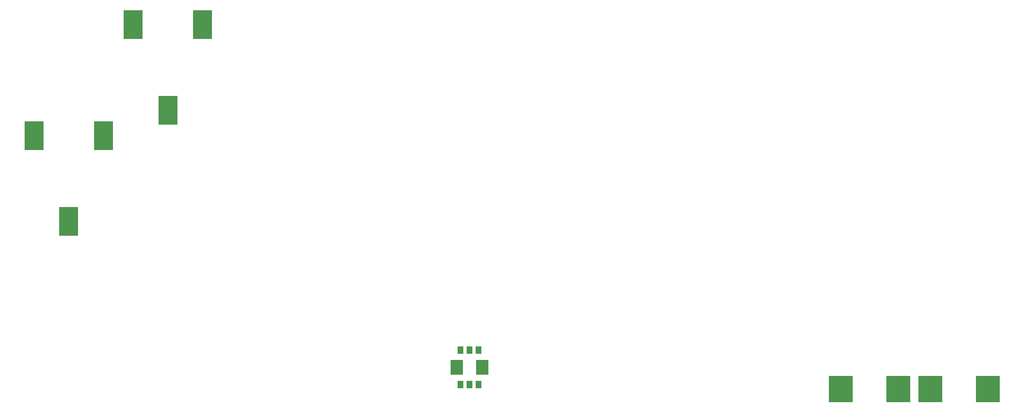
<source format=gbr>
%TF.GenerationSoftware,KiCad,Pcbnew,(5.99.0-9830-g9acf5e365a)*%
%TF.CreationDate,2021-04-14T10:40:31+02:00*%
%TF.ProjectId,Power Supply Board v2.0,506f7765-7220-4537-9570-706c7920426f,2.0*%
%TF.SameCoordinates,Original*%
%TF.FileFunction,Paste,Top*%
%TF.FilePolarity,Positive*%
%FSLAX46Y46*%
G04 Gerber Fmt 4.6, Leading zero omitted, Abs format (unit mm)*
G04 Created by KiCad (PCBNEW (5.99.0-9830-g9acf5e365a)) date 2021-04-14 10:40:31*
%MOMM*%
%LPD*%
G01*
G04 APERTURE LIST*
%ADD10R,4.000000X6.000000*%
%ADD11R,4.900000X5.400000*%
%ADD12R,1.270000X1.520000*%
%ADD13R,2.540000X3.050000*%
G04 APERTURE END LIST*
D10*
%TO.C,L1*%
X125031000Y-92055000D03*
X110731000Y-92055000D03*
X117881000Y-109755000D03*
%TD*%
%TO.C,L2*%
X104584000Y-115002000D03*
X90284000Y-115002000D03*
X97434000Y-132702000D03*
%TD*%
D11*
%TO.C,L3*%
X256608600Y-167326000D03*
X268408600Y-167326000D03*
%TD*%
%TO.C,L4*%
X286849000Y-167376800D03*
X275049000Y-167376800D03*
%TD*%
D12*
%TO.C,L5*%
X178171000Y-166411000D03*
X180021000Y-166411000D03*
X181871000Y-166411000D03*
X181871000Y-159301000D03*
X180021000Y-159301000D03*
X178171000Y-159301000D03*
D13*
X182636000Y-162856000D03*
X177406000Y-162856000D03*
%TD*%
M02*

</source>
